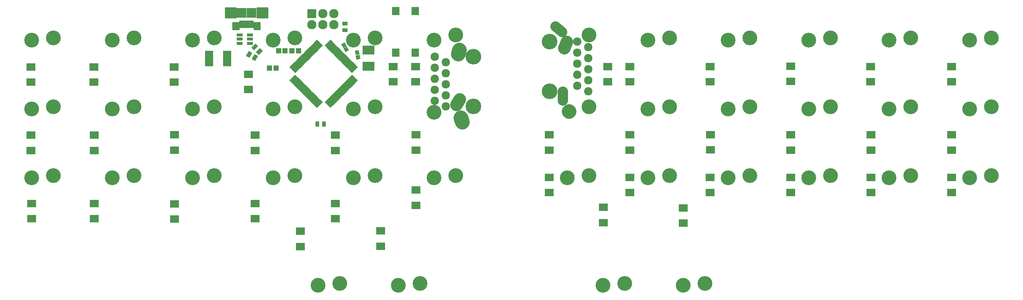
<source format=gbs>
G04 #@! TF.FileFunction,Soldermask,Bot*
%FSLAX46Y46*%
G04 Gerber Fmt 4.6, Leading zero omitted, Abs format (unit mm)*
G04 Created by KiCad (PCBNEW 4.0.1-stable) date Saturday, January 28, 2017 'PMt' 02:32:07 PM*
%MOMM*%
G01*
G04 APERTURE LIST*
%ADD10C,0.100000*%
%ADD11C,0.381000*%
%ADD12R,1.200000X1.150000*%
%ADD13C,3.400000*%
%ADD14C,2.900000*%
%ADD15O,3.400000X3.400000*%
%ADD16C,1.924000*%
%ADD17O,2.400000X4.400000*%
%ADD18C,3.600000*%
%ADD19C,2.400000*%
%ADD20C,3.400000*%
%ADD21R,2.127200X2.127200*%
%ADD22O,2.127200X2.127200*%
%ADD23R,2.099260X1.700480*%
%ADD24R,1.400000X0.800000*%
%ADD25R,0.900000X1.300000*%
%ADD26R,2.800000X2.100000*%
%ADD27R,1.700000X1.950000*%
%ADD28R,1.900000X3.600000*%
%ADD29R,1.300000X0.900000*%
%ADD30R,0.800000X1.750000*%
%ADD31R,2.200000X2.300000*%
%ADD32R,0.300000X0.300000*%
G04 APERTURE END LIST*
D10*
D11*
G36*
X51560000Y195000D02*
X52810000Y195000D01*
X52810000Y1645000D01*
X51560000Y1645000D01*
X51560000Y195000D01*
G37*
X51560000Y195000D02*
X52810000Y195000D01*
X52810000Y1645000D01*
X51560000Y1645000D01*
X51560000Y195000D01*
G36*
X56410000Y195000D02*
X57660000Y195000D01*
X57660000Y1645000D01*
X56410000Y1645000D01*
X56410000Y195000D01*
G37*
X56410000Y195000D02*
X57660000Y195000D01*
X57660000Y1645000D01*
X56410000Y1645000D01*
X56410000Y195000D01*
G36*
X49810000Y2870000D02*
X52110000Y2870000D01*
X52110000Y4970000D01*
X49810000Y4970000D01*
X49810000Y2870000D01*
G37*
X49810000Y2870000D02*
X52110000Y2870000D01*
X52110000Y4970000D01*
X49810000Y4970000D01*
X49810000Y2870000D01*
G36*
X57110000Y2870000D02*
X59410000Y2870000D01*
X59410000Y4970000D01*
X57110000Y4970000D01*
X57110000Y2870000D01*
G37*
X57110000Y2870000D02*
X59410000Y2870000D01*
X59410000Y4970000D01*
X57110000Y4970000D01*
X57110000Y2870000D01*
D12*
X62000000Y-4850000D03*
X63500000Y-4850000D03*
D13*
X79250000Y-2400000D03*
X84250000Y-1900000D03*
X71083330Y-58800000D03*
X76083330Y-58300000D03*
X42250000Y-2400000D03*
X47250000Y-1900000D03*
D14*
X128296091Y-2822862D02*
X127783061Y-4232400D01*
D15*
X133450000Y-1200000D03*
D16*
X133250000Y-14150000D03*
D17*
X127410000Y-15210000D03*
D18*
X124360000Y-14150000D03*
D19*
X125724703Y754133D02*
X127256791Y-531443D01*
D18*
X124360000Y-2720000D03*
D16*
X130710000Y-12880000D03*
X133250000Y-11610000D03*
X133250000Y-9070000D03*
X133250000Y-6530000D03*
X133250000Y-3990000D03*
X130710000Y-10340000D03*
X130710000Y-7800000D03*
X130710000Y-5260000D03*
X130710000Y-2720000D03*
D13*
X97750000Y-2400000D03*
D15*
X102750000Y-1200000D03*
X97750000Y-18950000D03*
D14*
X103725000Y-16011251D02*
X102975000Y-17310289D01*
D16*
X97930000Y-6220000D03*
D20*
X103640591Y-4642963D02*
X103381771Y-5608889D01*
D18*
X106820000Y-6220000D03*
D20*
X103975212Y-20273816D02*
X104317232Y-21213508D01*
D18*
X106820000Y-17650000D03*
D16*
X100470000Y-7490000D03*
X97930000Y-8760000D03*
X97930000Y-11300000D03*
X97930000Y-13840000D03*
X97930000Y-16380000D03*
X100470000Y-10030000D03*
X100470000Y-12570000D03*
X100470000Y-15110000D03*
X100470000Y-17650000D03*
D21*
X69640000Y3710000D03*
D22*
X69640000Y1170000D03*
X72180000Y3710000D03*
X72180000Y1170000D03*
X74720000Y3710000D03*
X74720000Y1170000D03*
D12*
X59950000Y-8800000D03*
X61450000Y-8800000D03*
X65090000Y-4850000D03*
X66590000Y-4850000D03*
D23*
X5100000Y-12050060D03*
X5100000Y-8549940D03*
X19500000Y-12050060D03*
X19500000Y-8549940D03*
X38000000Y-12050060D03*
X38000000Y-8549940D03*
X55100000Y-13750060D03*
X55100000Y-10249940D03*
X88400000Y-11950060D03*
X88400000Y-8449940D03*
X93500000Y-11950060D03*
X93500000Y-8449940D03*
X137700000Y-11950060D03*
X137700000Y-8449940D03*
X142800000Y-11950060D03*
X142800000Y-8449940D03*
X161300000Y-11950060D03*
X161300000Y-8449940D03*
X179800000Y-11850060D03*
X179800000Y-8349940D03*
X198200000Y-11950060D03*
X198200000Y-8449940D03*
X216800000Y-11950060D03*
X216800000Y-8449940D03*
X5100000Y-27750060D03*
X5100000Y-24249940D03*
X19600000Y-27750060D03*
X19600000Y-24249940D03*
X38100000Y-27650060D03*
X38100000Y-24149940D03*
X56600000Y-27750060D03*
X56600000Y-24249940D03*
X75100000Y-27750060D03*
X75100000Y-24249940D03*
X93600000Y-27650060D03*
X93600000Y-24149940D03*
X124300000Y-27650060D03*
X124300000Y-24149940D03*
X142800000Y-27650060D03*
X142800000Y-24149940D03*
X161350000Y-27600060D03*
X161350000Y-24099940D03*
X179800000Y-27650060D03*
X179800000Y-24149940D03*
X198300000Y-27650060D03*
X198300000Y-24149940D03*
X216800000Y-27650060D03*
X216800000Y-24149940D03*
X5200000Y-43450060D03*
X5200000Y-39949940D03*
X19600000Y-43450060D03*
X19600000Y-39949940D03*
X38100000Y-43550060D03*
X38100000Y-40049940D03*
X56600000Y-43450060D03*
X56600000Y-39949940D03*
X75100000Y-43450060D03*
X75100000Y-39949940D03*
X93600000Y-40350060D03*
X93600000Y-36849940D03*
X124300000Y-37450060D03*
X124300000Y-33949940D03*
X142800000Y-37450060D03*
X142800000Y-33949940D03*
X161300000Y-37450060D03*
X161300000Y-33949940D03*
X179800000Y-37450060D03*
X179800000Y-33949940D03*
X198300000Y-37450060D03*
X198300000Y-33949940D03*
X216800000Y-37450060D03*
X216800000Y-33949940D03*
X67000000Y-46349940D03*
X67000000Y-49850060D03*
X85500000Y-46249940D03*
X85500000Y-49750060D03*
X136700000Y-40849940D03*
X136700000Y-44350060D03*
X155100000Y-40949940D03*
X155100000Y-44450060D03*
D10*
G36*
X58367817Y-4838579D02*
X57448579Y-5757817D01*
X56812183Y-5121421D01*
X57731421Y-4202183D01*
X58367817Y-4838579D01*
X58367817Y-4838579D01*
G37*
G36*
X57307157Y-3777919D02*
X56387919Y-4697157D01*
X55751523Y-4060761D01*
X56670761Y-3141523D01*
X57307157Y-3777919D01*
X57307157Y-3777919D01*
G37*
G36*
X57264230Y-6047083D02*
X56614230Y-7172917D01*
X55834808Y-6722917D01*
X56484808Y-5597083D01*
X57264230Y-6047083D01*
X57264230Y-6047083D01*
G37*
G36*
X55965192Y-5297083D02*
X55315192Y-6422917D01*
X54535770Y-5972917D01*
X55185770Y-4847083D01*
X55965192Y-5297083D01*
X55965192Y-5297083D01*
G37*
D24*
X55400000Y-3100000D03*
X53100000Y-3100000D03*
X55400000Y-2150000D03*
X53100000Y-2150000D03*
X55400000Y-1200000D03*
X53100000Y-1200000D03*
D13*
X5250000Y-2400000D03*
X10250000Y-1900000D03*
X155116667Y-58800000D03*
X160116667Y-58300000D03*
X136616667Y-58800000D03*
X141616667Y-58300000D03*
X89583330Y-58800000D03*
X94583330Y-58300000D03*
X220950000Y-34000000D03*
X225950000Y-33500000D03*
X202450000Y-34000000D03*
X207450000Y-33500000D03*
X183950000Y-34000000D03*
X188950000Y-33500000D03*
X165450000Y-34000000D03*
X170450000Y-33500000D03*
X146950000Y-34000000D03*
X151950000Y-33500000D03*
X128450000Y-34000000D03*
X133450000Y-33500000D03*
X97750000Y-34000000D03*
X102750000Y-33500000D03*
X79250000Y-34000000D03*
X84250000Y-33500000D03*
X60750000Y-34000000D03*
X65750000Y-33500000D03*
X42250000Y-34000000D03*
X47250000Y-33500000D03*
X23750000Y-34000000D03*
X28750000Y-33500000D03*
X5250000Y-34000000D03*
X10250000Y-33500000D03*
X220950000Y-18200000D03*
X225950000Y-17700000D03*
X202450000Y-18200000D03*
X207450000Y-17700000D03*
X183950000Y-18200000D03*
X188950000Y-17700000D03*
X165450000Y-18200000D03*
X170450000Y-17700000D03*
X146950000Y-18200000D03*
X151950000Y-17700000D03*
D20*
X128800000Y-18806218D02*
X128800000Y-18806218D01*
D13*
X133450000Y-17700000D03*
X79250000Y-18200000D03*
X84250000Y-17700000D03*
X60750000Y-18200000D03*
X65750000Y-17700000D03*
X42250000Y-18200000D03*
X47250000Y-17700000D03*
X23750000Y-18200000D03*
X28750000Y-17700000D03*
X5250000Y-18200000D03*
X10250000Y-17700000D03*
X220950000Y-2400000D03*
X225950000Y-1900000D03*
X202450000Y-2400000D03*
X207450000Y-1900000D03*
X183950000Y-2400000D03*
X188950000Y-1900000D03*
X165450000Y-2400000D03*
X170450000Y-1900000D03*
X146950000Y-2400000D03*
X151950000Y-1900000D03*
X60750000Y-2400000D03*
X65750000Y-1900000D03*
X23750000Y-2400000D03*
X28750000Y-1900000D03*
D10*
G36*
X64533437Y-8562042D02*
X65205188Y-7890291D01*
X66548691Y-9233794D01*
X65876940Y-9905545D01*
X64533437Y-8562042D01*
X64533437Y-8562042D01*
G37*
G36*
X65099123Y-7996357D02*
X65770874Y-7324606D01*
X67114377Y-8668109D01*
X66442626Y-9339860D01*
X65099123Y-7996357D01*
X65099123Y-7996357D01*
G37*
G36*
X65664808Y-7430672D02*
X66336559Y-6758921D01*
X67680062Y-8102424D01*
X67008311Y-8774175D01*
X65664808Y-7430672D01*
X65664808Y-7430672D01*
G37*
G36*
X66230493Y-6864986D02*
X66902244Y-6193235D01*
X68245747Y-7536738D01*
X67573996Y-8208489D01*
X66230493Y-6864986D01*
X66230493Y-6864986D01*
G37*
G36*
X66796179Y-6299301D02*
X67467930Y-5627550D01*
X68811433Y-6971053D01*
X68139682Y-7642804D01*
X66796179Y-6299301D01*
X66796179Y-6299301D01*
G37*
G36*
X67361864Y-5733615D02*
X68033615Y-5061864D01*
X69377118Y-6405367D01*
X68705367Y-7077118D01*
X67361864Y-5733615D01*
X67361864Y-5733615D01*
G37*
G36*
X67927550Y-5167930D02*
X68599301Y-4496179D01*
X69942804Y-5839682D01*
X69271053Y-6511433D01*
X67927550Y-5167930D01*
X67927550Y-5167930D01*
G37*
G36*
X68493235Y-4602244D02*
X69164986Y-3930493D01*
X70508489Y-5273996D01*
X69836738Y-5945747D01*
X68493235Y-4602244D01*
X68493235Y-4602244D01*
G37*
G36*
X69058921Y-4036559D02*
X69730672Y-3364808D01*
X71074175Y-4708311D01*
X70402424Y-5380062D01*
X69058921Y-4036559D01*
X69058921Y-4036559D01*
G37*
G36*
X69624606Y-3470874D02*
X70296357Y-2799123D01*
X71639860Y-4142626D01*
X70968109Y-4814377D01*
X69624606Y-3470874D01*
X69624606Y-3470874D01*
G37*
G36*
X70190291Y-2905188D02*
X70862042Y-2233437D01*
X72205545Y-3576940D01*
X71533794Y-4248691D01*
X70190291Y-2905188D01*
X70190291Y-2905188D01*
G37*
G36*
X73937958Y-2233437D02*
X74609709Y-2905188D01*
X73266206Y-4248691D01*
X72594455Y-3576940D01*
X73937958Y-2233437D01*
X73937958Y-2233437D01*
G37*
G36*
X74503643Y-2799123D02*
X75175394Y-3470874D01*
X73831891Y-4814377D01*
X73160140Y-4142626D01*
X74503643Y-2799123D01*
X74503643Y-2799123D01*
G37*
G36*
X75069328Y-3364808D02*
X75741079Y-4036559D01*
X74397576Y-5380062D01*
X73725825Y-4708311D01*
X75069328Y-3364808D01*
X75069328Y-3364808D01*
G37*
G36*
X75635014Y-3930493D02*
X76306765Y-4602244D01*
X74963262Y-5945747D01*
X74291511Y-5273996D01*
X75635014Y-3930493D01*
X75635014Y-3930493D01*
G37*
G36*
X76200699Y-4496179D02*
X76872450Y-5167930D01*
X75528947Y-6511433D01*
X74857196Y-5839682D01*
X76200699Y-4496179D01*
X76200699Y-4496179D01*
G37*
G36*
X76766385Y-5061864D02*
X77438136Y-5733615D01*
X76094633Y-7077118D01*
X75422882Y-6405367D01*
X76766385Y-5061864D01*
X76766385Y-5061864D01*
G37*
G36*
X77332070Y-5627550D02*
X78003821Y-6299301D01*
X76660318Y-7642804D01*
X75988567Y-6971053D01*
X77332070Y-5627550D01*
X77332070Y-5627550D01*
G37*
G36*
X77897756Y-6193235D02*
X78569507Y-6864986D01*
X77226004Y-8208489D01*
X76554253Y-7536738D01*
X77897756Y-6193235D01*
X77897756Y-6193235D01*
G37*
G36*
X78463441Y-6758921D02*
X79135192Y-7430672D01*
X77791689Y-8774175D01*
X77119938Y-8102424D01*
X78463441Y-6758921D01*
X78463441Y-6758921D01*
G37*
G36*
X79029126Y-7324606D02*
X79700877Y-7996357D01*
X78357374Y-9339860D01*
X77685623Y-8668109D01*
X79029126Y-7324606D01*
X79029126Y-7324606D01*
G37*
G36*
X79594812Y-7890291D02*
X80266563Y-8562042D01*
X78923060Y-9905545D01*
X78251309Y-9233794D01*
X79594812Y-7890291D01*
X79594812Y-7890291D01*
G37*
G36*
X78251309Y-10966206D02*
X78923060Y-10294455D01*
X80266563Y-11637958D01*
X79594812Y-12309709D01*
X78251309Y-10966206D01*
X78251309Y-10966206D01*
G37*
G36*
X77685623Y-11531891D02*
X78357374Y-10860140D01*
X79700877Y-12203643D01*
X79029126Y-12875394D01*
X77685623Y-11531891D01*
X77685623Y-11531891D01*
G37*
G36*
X77119938Y-12097576D02*
X77791689Y-11425825D01*
X79135192Y-12769328D01*
X78463441Y-13441079D01*
X77119938Y-12097576D01*
X77119938Y-12097576D01*
G37*
G36*
X76554253Y-12663262D02*
X77226004Y-11991511D01*
X78569507Y-13335014D01*
X77897756Y-14006765D01*
X76554253Y-12663262D01*
X76554253Y-12663262D01*
G37*
G36*
X75988567Y-13228947D02*
X76660318Y-12557196D01*
X78003821Y-13900699D01*
X77332070Y-14572450D01*
X75988567Y-13228947D01*
X75988567Y-13228947D01*
G37*
G36*
X75422882Y-13794633D02*
X76094633Y-13122882D01*
X77438136Y-14466385D01*
X76766385Y-15138136D01*
X75422882Y-13794633D01*
X75422882Y-13794633D01*
G37*
G36*
X74857196Y-14360318D02*
X75528947Y-13688567D01*
X76872450Y-15032070D01*
X76200699Y-15703821D01*
X74857196Y-14360318D01*
X74857196Y-14360318D01*
G37*
G36*
X74291511Y-14926004D02*
X74963262Y-14254253D01*
X76306765Y-15597756D01*
X75635014Y-16269507D01*
X74291511Y-14926004D01*
X74291511Y-14926004D01*
G37*
G36*
X73725825Y-15491689D02*
X74397576Y-14819938D01*
X75741079Y-16163441D01*
X75069328Y-16835192D01*
X73725825Y-15491689D01*
X73725825Y-15491689D01*
G37*
G36*
X73160140Y-16057374D02*
X73831891Y-15385623D01*
X75175394Y-16729126D01*
X74503643Y-17400877D01*
X73160140Y-16057374D01*
X73160140Y-16057374D01*
G37*
G36*
X72594455Y-16623060D02*
X73266206Y-15951309D01*
X74609709Y-17294812D01*
X73937958Y-17966563D01*
X72594455Y-16623060D01*
X72594455Y-16623060D01*
G37*
G36*
X71533794Y-15951309D02*
X72205545Y-16623060D01*
X70862042Y-17966563D01*
X70190291Y-17294812D01*
X71533794Y-15951309D01*
X71533794Y-15951309D01*
G37*
G36*
X70968109Y-15385623D02*
X71639860Y-16057374D01*
X70296357Y-17400877D01*
X69624606Y-16729126D01*
X70968109Y-15385623D01*
X70968109Y-15385623D01*
G37*
G36*
X70402424Y-14819938D02*
X71074175Y-15491689D01*
X69730672Y-16835192D01*
X69058921Y-16163441D01*
X70402424Y-14819938D01*
X70402424Y-14819938D01*
G37*
G36*
X69836738Y-14254253D02*
X70508489Y-14926004D01*
X69164986Y-16269507D01*
X68493235Y-15597756D01*
X69836738Y-14254253D01*
X69836738Y-14254253D01*
G37*
G36*
X69271053Y-13688567D02*
X69942804Y-14360318D01*
X68599301Y-15703821D01*
X67927550Y-15032070D01*
X69271053Y-13688567D01*
X69271053Y-13688567D01*
G37*
G36*
X68705367Y-13122882D02*
X69377118Y-13794633D01*
X68033615Y-15138136D01*
X67361864Y-14466385D01*
X68705367Y-13122882D01*
X68705367Y-13122882D01*
G37*
G36*
X68139682Y-12557196D02*
X68811433Y-13228947D01*
X67467930Y-14572450D01*
X66796179Y-13900699D01*
X68139682Y-12557196D01*
X68139682Y-12557196D01*
G37*
G36*
X67573996Y-11991511D02*
X68245747Y-12663262D01*
X66902244Y-14006765D01*
X66230493Y-13335014D01*
X67573996Y-11991511D01*
X67573996Y-11991511D01*
G37*
G36*
X67008311Y-11425825D02*
X67680062Y-12097576D01*
X66336559Y-13441079D01*
X65664808Y-12769328D01*
X67008311Y-11425825D01*
X67008311Y-11425825D01*
G37*
G36*
X66442626Y-10860140D02*
X67114377Y-11531891D01*
X65770874Y-12875394D01*
X65099123Y-12203643D01*
X66442626Y-10860140D01*
X66442626Y-10860140D01*
G37*
G36*
X65876940Y-10294455D02*
X66548691Y-10966206D01*
X65205188Y-12309709D01*
X64533437Y-11637958D01*
X65876940Y-10294455D01*
X65876940Y-10294455D01*
G37*
D25*
X72450000Y-21700000D03*
X70950000Y-21700000D03*
D26*
X82700000Y-8390000D03*
X82700000Y-4690000D03*
D10*
G36*
X79564506Y-4804094D02*
X80450833Y-4647810D01*
X80624482Y-5632618D01*
X79738155Y-5788902D01*
X79564506Y-4804094D01*
X79564506Y-4804094D01*
G37*
G36*
X79755518Y-5887382D02*
X80641845Y-5731098D01*
X80815494Y-6715906D01*
X79929167Y-6872190D01*
X79755518Y-5887382D01*
X79755518Y-5887382D01*
G37*
G36*
X76405289Y-3325673D02*
X77184711Y-2875673D01*
X77684711Y-3741699D01*
X76905289Y-4191699D01*
X76405289Y-3325673D01*
X76405289Y-3325673D01*
G37*
G36*
X76955289Y-4278301D02*
X77734711Y-3828301D01*
X78234711Y-4694327D01*
X77455289Y-5144327D01*
X76955289Y-4278301D01*
X76955289Y-4278301D01*
G37*
D27*
X88970000Y4290000D03*
X88970000Y-5210000D03*
X93470000Y4290000D03*
X93470000Y-5210000D03*
D28*
X46000000Y-6600000D03*
X50200000Y-6600000D03*
D29*
X77260000Y1410000D03*
X77260000Y-90000D03*
D30*
X54610000Y1245000D03*
X53960000Y1245000D03*
X55260000Y1245000D03*
X53310000Y1245000D03*
X55910000Y1245000D03*
D31*
X53460000Y3920000D03*
X55760000Y3920000D03*
D32*
X52185000Y395000D03*
X57035000Y407500D03*
X50097500Y3957500D03*
X59122500Y3932500D03*
M02*

</source>
